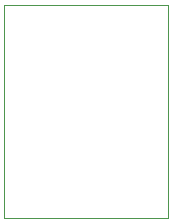
<source format=gbs>
G75*
%MOIN*%
%OFA0B0*%
%FSLAX25Y25*%
%IPPOS*%
%LPD*%
%AMOC8*
5,1,8,0,0,1.08239X$1,22.5*
%
%ADD10C,0.00000*%
D10*
X0003300Y0003800D02*
X0003300Y0074761D01*
X0058001Y0074761D01*
X0058001Y0003800D01*
X0003300Y0003800D01*
M02*

</source>
